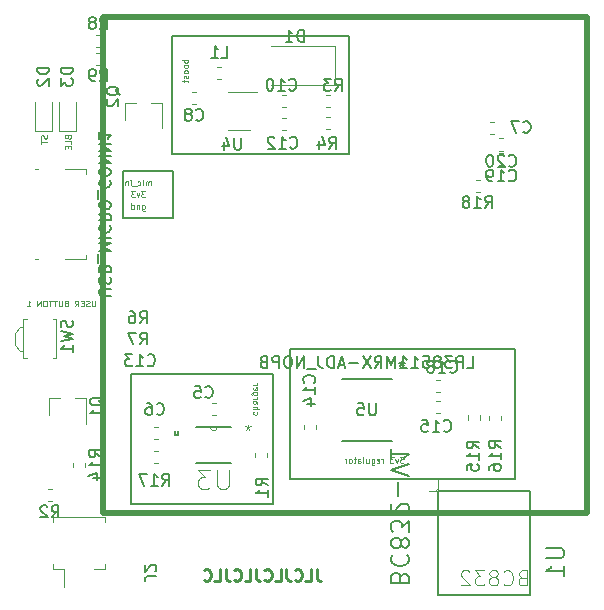
<source format=gbr>
G04 #@! TF.GenerationSoftware,KiCad,Pcbnew,5.0.2-bee76a0~70~ubuntu18.04.1*
G04 #@! TF.CreationDate,2020-10-11T23:46:09-07:00*
G04 #@! TF.ProjectId,light_thing_hw,6c696768-745f-4746-9869-6e675f68772e,rev?*
G04 #@! TF.SameCoordinates,Original*
G04 #@! TF.FileFunction,Legend,Bot*
G04 #@! TF.FilePolarity,Positive*
%FSLAX46Y46*%
G04 Gerber Fmt 4.6, Leading zero omitted, Abs format (unit mm)*
G04 Created by KiCad (PCBNEW 5.0.2-bee76a0~70~ubuntu18.04.1) date Sun 11 Oct 2020 11:46:09 PM PDT*
%MOMM*%
%LPD*%
G01*
G04 APERTURE LIST*
%ADD10C,0.200000*%
%ADD11C,0.100000*%
%ADD12C,0.250000*%
%ADD13C,0.125000*%
%ADD14C,0.500000*%
%ADD15C,0.120000*%
%ADD16C,0.127000*%
%ADD17C,0.152400*%
%ADD18C,0.150000*%
%ADD19C,0.101600*%
%ADD20C,0.015000*%
G04 APERTURE END LIST*
D10*
X128250000Y-79250000D02*
X132500000Y-79250000D01*
X128250000Y-83250000D02*
X128250000Y-79250000D01*
X132500000Y-83250000D02*
X128250000Y-83250000D01*
X132500000Y-79250000D02*
X132500000Y-83250000D01*
D11*
X129845238Y-82142857D02*
X129845238Y-82547619D01*
X129869047Y-82595238D01*
X129892857Y-82619047D01*
X129940476Y-82642857D01*
X130011904Y-82642857D01*
X130059523Y-82619047D01*
X129845238Y-82452380D02*
X129892857Y-82476190D01*
X129988095Y-82476190D01*
X130035714Y-82452380D01*
X130059523Y-82428571D01*
X130083333Y-82380952D01*
X130083333Y-82238095D01*
X130059523Y-82190476D01*
X130035714Y-82166666D01*
X129988095Y-82142857D01*
X129892857Y-82142857D01*
X129845238Y-82166666D01*
X129607142Y-82142857D02*
X129607142Y-82476190D01*
X129607142Y-82190476D02*
X129583333Y-82166666D01*
X129535714Y-82142857D01*
X129464285Y-82142857D01*
X129416666Y-82166666D01*
X129392857Y-82214285D01*
X129392857Y-82476190D01*
X128940476Y-82476190D02*
X128940476Y-81976190D01*
X128940476Y-82452380D02*
X128988095Y-82476190D01*
X129083333Y-82476190D01*
X129130952Y-82452380D01*
X129154761Y-82428571D01*
X129178571Y-82380952D01*
X129178571Y-82238095D01*
X129154761Y-82190476D01*
X129130952Y-82166666D01*
X129083333Y-82142857D01*
X128988095Y-82142857D01*
X128940476Y-82166666D01*
X130095238Y-80976190D02*
X129785714Y-80976190D01*
X129952380Y-81166666D01*
X129880952Y-81166666D01*
X129833333Y-81190476D01*
X129809523Y-81214285D01*
X129785714Y-81261904D01*
X129785714Y-81380952D01*
X129809523Y-81428571D01*
X129833333Y-81452380D01*
X129880952Y-81476190D01*
X130023809Y-81476190D01*
X130071428Y-81452380D01*
X130095238Y-81428571D01*
X129619047Y-81142857D02*
X129500000Y-81476190D01*
X129380952Y-81142857D01*
X129238095Y-80976190D02*
X128928571Y-80976190D01*
X129095238Y-81166666D01*
X129023809Y-81166666D01*
X128976190Y-81190476D01*
X128952380Y-81214285D01*
X128928571Y-81261904D01*
X128928571Y-81380952D01*
X128952380Y-81428571D01*
X128976190Y-81452380D01*
X129023809Y-81476190D01*
X129166666Y-81476190D01*
X129214285Y-81452380D01*
X129238095Y-81428571D01*
X130583333Y-80476190D02*
X130583333Y-80142857D01*
X130583333Y-80190476D02*
X130559523Y-80166666D01*
X130511904Y-80142857D01*
X130440476Y-80142857D01*
X130392857Y-80166666D01*
X130369047Y-80214285D01*
X130369047Y-80476190D01*
X130369047Y-80214285D02*
X130345238Y-80166666D01*
X130297619Y-80142857D01*
X130226190Y-80142857D01*
X130178571Y-80166666D01*
X130154761Y-80214285D01*
X130154761Y-80476190D01*
X129916666Y-80476190D02*
X129916666Y-80142857D01*
X129916666Y-79976190D02*
X129940476Y-80000000D01*
X129916666Y-80023809D01*
X129892857Y-80000000D01*
X129916666Y-79976190D01*
X129916666Y-80023809D01*
X129464285Y-80452380D02*
X129511904Y-80476190D01*
X129607142Y-80476190D01*
X129654761Y-80452380D01*
X129678571Y-80428571D01*
X129702380Y-80380952D01*
X129702380Y-80238095D01*
X129678571Y-80190476D01*
X129654761Y-80166666D01*
X129607142Y-80142857D01*
X129511904Y-80142857D01*
X129464285Y-80166666D01*
X129369047Y-80523809D02*
X128988095Y-80523809D01*
X128869047Y-80476190D02*
X128869047Y-80142857D01*
X128869047Y-79976190D02*
X128892857Y-80000000D01*
X128869047Y-80023809D01*
X128845238Y-80000000D01*
X128869047Y-79976190D01*
X128869047Y-80023809D01*
X128630952Y-80142857D02*
X128630952Y-80476190D01*
X128630952Y-80190476D02*
X128607142Y-80166666D01*
X128559523Y-80142857D01*
X128488095Y-80142857D01*
X128440476Y-80166666D01*
X128416666Y-80214285D01*
X128416666Y-80476190D01*
D12*
X144619047Y-112952380D02*
X144619047Y-113666666D01*
X144666666Y-113809523D01*
X144761904Y-113904761D01*
X144904761Y-113952380D01*
X145000000Y-113952380D01*
X143666666Y-113952380D02*
X144142857Y-113952380D01*
X144142857Y-112952380D01*
X142761904Y-113857142D02*
X142809523Y-113904761D01*
X142952380Y-113952380D01*
X143047619Y-113952380D01*
X143190476Y-113904761D01*
X143285714Y-113809523D01*
X143333333Y-113714285D01*
X143380952Y-113523809D01*
X143380952Y-113380952D01*
X143333333Y-113190476D01*
X143285714Y-113095238D01*
X143190476Y-113000000D01*
X143047619Y-112952380D01*
X142952380Y-112952380D01*
X142809523Y-113000000D01*
X142761904Y-113047619D01*
X142047619Y-112952380D02*
X142047619Y-113666666D01*
X142095238Y-113809523D01*
X142190476Y-113904761D01*
X142333333Y-113952380D01*
X142428571Y-113952380D01*
X141095238Y-113952380D02*
X141571428Y-113952380D01*
X141571428Y-112952380D01*
X140190476Y-113857142D02*
X140238095Y-113904761D01*
X140380952Y-113952380D01*
X140476190Y-113952380D01*
X140619047Y-113904761D01*
X140714285Y-113809523D01*
X140761904Y-113714285D01*
X140809523Y-113523809D01*
X140809523Y-113380952D01*
X140761904Y-113190476D01*
X140714285Y-113095238D01*
X140619047Y-113000000D01*
X140476190Y-112952380D01*
X140380952Y-112952380D01*
X140238095Y-113000000D01*
X140190476Y-113047619D01*
X139476190Y-112952380D02*
X139476190Y-113666666D01*
X139523809Y-113809523D01*
X139619047Y-113904761D01*
X139761904Y-113952380D01*
X139857142Y-113952380D01*
X138523809Y-113952380D02*
X139000000Y-113952380D01*
X139000000Y-112952380D01*
X137619047Y-113857142D02*
X137666666Y-113904761D01*
X137809523Y-113952380D01*
X137904761Y-113952380D01*
X138047619Y-113904761D01*
X138142857Y-113809523D01*
X138190476Y-113714285D01*
X138238095Y-113523809D01*
X138238095Y-113380952D01*
X138190476Y-113190476D01*
X138142857Y-113095238D01*
X138047619Y-113000000D01*
X137904761Y-112952380D01*
X137809523Y-112952380D01*
X137666666Y-113000000D01*
X137619047Y-113047619D01*
X136904761Y-112952380D02*
X136904761Y-113666666D01*
X136952380Y-113809523D01*
X137047619Y-113904761D01*
X137190476Y-113952380D01*
X137285714Y-113952380D01*
X135952380Y-113952380D02*
X136428571Y-113952380D01*
X136428571Y-112952380D01*
X135047619Y-113857142D02*
X135095238Y-113904761D01*
X135238095Y-113952380D01*
X135333333Y-113952380D01*
X135476190Y-113904761D01*
X135571428Y-113809523D01*
X135619047Y-113714285D01*
X135666666Y-113523809D01*
X135666666Y-113380952D01*
X135619047Y-113190476D01*
X135571428Y-113095238D01*
X135476190Y-113000000D01*
X135333333Y-112952380D01*
X135238095Y-112952380D01*
X135095238Y-113000000D01*
X135047619Y-113047619D01*
D11*
X125892857Y-90226190D02*
X125892857Y-90630952D01*
X125869047Y-90678571D01*
X125845238Y-90702380D01*
X125797619Y-90726190D01*
X125702380Y-90726190D01*
X125654761Y-90702380D01*
X125630952Y-90678571D01*
X125607142Y-90630952D01*
X125607142Y-90226190D01*
X125392857Y-90702380D02*
X125321428Y-90726190D01*
X125202380Y-90726190D01*
X125154761Y-90702380D01*
X125130952Y-90678571D01*
X125107142Y-90630952D01*
X125107142Y-90583333D01*
X125130952Y-90535714D01*
X125154761Y-90511904D01*
X125202380Y-90488095D01*
X125297619Y-90464285D01*
X125345238Y-90440476D01*
X125369047Y-90416666D01*
X125392857Y-90369047D01*
X125392857Y-90321428D01*
X125369047Y-90273809D01*
X125345238Y-90250000D01*
X125297619Y-90226190D01*
X125178571Y-90226190D01*
X125107142Y-90250000D01*
X124892857Y-90464285D02*
X124726190Y-90464285D01*
X124654761Y-90726190D02*
X124892857Y-90726190D01*
X124892857Y-90226190D01*
X124654761Y-90226190D01*
X124154761Y-90726190D02*
X124321428Y-90488095D01*
X124440476Y-90726190D02*
X124440476Y-90226190D01*
X124250000Y-90226190D01*
X124202380Y-90250000D01*
X124178571Y-90273809D01*
X124154761Y-90321428D01*
X124154761Y-90392857D01*
X124178571Y-90440476D01*
X124202380Y-90464285D01*
X124250000Y-90488095D01*
X124440476Y-90488095D01*
X123392857Y-90464285D02*
X123321428Y-90488095D01*
X123297619Y-90511904D01*
X123273809Y-90559523D01*
X123273809Y-90630952D01*
X123297619Y-90678571D01*
X123321428Y-90702380D01*
X123369047Y-90726190D01*
X123559523Y-90726190D01*
X123559523Y-90226190D01*
X123392857Y-90226190D01*
X123345238Y-90250000D01*
X123321428Y-90273809D01*
X123297619Y-90321428D01*
X123297619Y-90369047D01*
X123321428Y-90416666D01*
X123345238Y-90440476D01*
X123392857Y-90464285D01*
X123559523Y-90464285D01*
X123059523Y-90226190D02*
X123059523Y-90630952D01*
X123035714Y-90678571D01*
X123011904Y-90702380D01*
X122964285Y-90726190D01*
X122869047Y-90726190D01*
X122821428Y-90702380D01*
X122797619Y-90678571D01*
X122773809Y-90630952D01*
X122773809Y-90226190D01*
X122607142Y-90226190D02*
X122321428Y-90226190D01*
X122464285Y-90726190D02*
X122464285Y-90226190D01*
X122226190Y-90226190D02*
X121940476Y-90226190D01*
X122083333Y-90726190D02*
X122083333Y-90226190D01*
X121678571Y-90226190D02*
X121583333Y-90226190D01*
X121535714Y-90250000D01*
X121488095Y-90297619D01*
X121464285Y-90392857D01*
X121464285Y-90559523D01*
X121488095Y-90654761D01*
X121535714Y-90702380D01*
X121583333Y-90726190D01*
X121678571Y-90726190D01*
X121726190Y-90702380D01*
X121773809Y-90654761D01*
X121797619Y-90559523D01*
X121797619Y-90392857D01*
X121773809Y-90297619D01*
X121726190Y-90250000D01*
X121678571Y-90226190D01*
X121250000Y-90726190D02*
X121250000Y-90226190D01*
X120964285Y-90726190D01*
X120964285Y-90226190D01*
X120083333Y-90726190D02*
X120369047Y-90726190D01*
X120226190Y-90726190D02*
X120226190Y-90226190D01*
X120273809Y-90297619D01*
X120321428Y-90345238D01*
X120369047Y-90369047D01*
X139289023Y-99644488D02*
X139265213Y-99692107D01*
X139265213Y-99787345D01*
X139289023Y-99834964D01*
X139312832Y-99858774D01*
X139360451Y-99882583D01*
X139503308Y-99882583D01*
X139550927Y-99858774D01*
X139574737Y-99834964D01*
X139598546Y-99787345D01*
X139598546Y-99692107D01*
X139574737Y-99644488D01*
X139265213Y-99430202D02*
X139765213Y-99430202D01*
X139265213Y-99215916D02*
X139527118Y-99215916D01*
X139574737Y-99239726D01*
X139598546Y-99287345D01*
X139598546Y-99358774D01*
X139574737Y-99406393D01*
X139550927Y-99430202D01*
X139265213Y-98763535D02*
X139527118Y-98763535D01*
X139574737Y-98787345D01*
X139598546Y-98834964D01*
X139598546Y-98930202D01*
X139574737Y-98977821D01*
X139289023Y-98763535D02*
X139265213Y-98811155D01*
X139265213Y-98930202D01*
X139289023Y-98977821D01*
X139336642Y-99001631D01*
X139384261Y-99001631D01*
X139431880Y-98977821D01*
X139455689Y-98930202D01*
X139455689Y-98811155D01*
X139479499Y-98763535D01*
X139265213Y-98525440D02*
X139598546Y-98525440D01*
X139503308Y-98525440D02*
X139550927Y-98501631D01*
X139574737Y-98477821D01*
X139598546Y-98430202D01*
X139598546Y-98382583D01*
X139598546Y-98001631D02*
X139193784Y-98001631D01*
X139146165Y-98025440D01*
X139122356Y-98049250D01*
X139098546Y-98096869D01*
X139098546Y-98168297D01*
X139122356Y-98215916D01*
X139289023Y-98001631D02*
X139265213Y-98049250D01*
X139265213Y-98144488D01*
X139289023Y-98192107D01*
X139312832Y-98215916D01*
X139360451Y-98239726D01*
X139503308Y-98239726D01*
X139550927Y-98215916D01*
X139574737Y-98192107D01*
X139598546Y-98144488D01*
X139598546Y-98049250D01*
X139574737Y-98001631D01*
X139289023Y-97573059D02*
X139265213Y-97620678D01*
X139265213Y-97715916D01*
X139289023Y-97763535D01*
X139336642Y-97787345D01*
X139527118Y-97787345D01*
X139574737Y-97763535D01*
X139598546Y-97715916D01*
X139598546Y-97620678D01*
X139574737Y-97573059D01*
X139527118Y-97549250D01*
X139479499Y-97549250D01*
X139431880Y-97787345D01*
X139265213Y-97334964D02*
X139598546Y-97334964D01*
X139503308Y-97334964D02*
X139550927Y-97311155D01*
X139574737Y-97287345D01*
X139598546Y-97239726D01*
X139598546Y-97192107D01*
X133726190Y-69845238D02*
X133226190Y-69845238D01*
X133416666Y-69845238D02*
X133392857Y-69892857D01*
X133392857Y-69988095D01*
X133416666Y-70035714D01*
X133440476Y-70059523D01*
X133488095Y-70083333D01*
X133630952Y-70083333D01*
X133678571Y-70059523D01*
X133702380Y-70035714D01*
X133726190Y-69988095D01*
X133726190Y-69892857D01*
X133702380Y-69845238D01*
X133726190Y-70369047D02*
X133702380Y-70321428D01*
X133678571Y-70297619D01*
X133630952Y-70273809D01*
X133488095Y-70273809D01*
X133440476Y-70297619D01*
X133416666Y-70321428D01*
X133392857Y-70369047D01*
X133392857Y-70440476D01*
X133416666Y-70488095D01*
X133440476Y-70511904D01*
X133488095Y-70535714D01*
X133630952Y-70535714D01*
X133678571Y-70511904D01*
X133702380Y-70488095D01*
X133726190Y-70440476D01*
X133726190Y-70369047D01*
X133726190Y-70821428D02*
X133702380Y-70773809D01*
X133678571Y-70750000D01*
X133630952Y-70726190D01*
X133488095Y-70726190D01*
X133440476Y-70750000D01*
X133416666Y-70773809D01*
X133392857Y-70821428D01*
X133392857Y-70892857D01*
X133416666Y-70940476D01*
X133440476Y-70964285D01*
X133488095Y-70988095D01*
X133630952Y-70988095D01*
X133678571Y-70964285D01*
X133702380Y-70940476D01*
X133726190Y-70892857D01*
X133726190Y-70821428D01*
X133702380Y-71178571D02*
X133726190Y-71226190D01*
X133726190Y-71321428D01*
X133702380Y-71369047D01*
X133654761Y-71392857D01*
X133630952Y-71392857D01*
X133583333Y-71369047D01*
X133559523Y-71321428D01*
X133559523Y-71250000D01*
X133535714Y-71202380D01*
X133488095Y-71178571D01*
X133464285Y-71178571D01*
X133416666Y-71202380D01*
X133392857Y-71250000D01*
X133392857Y-71321428D01*
X133416666Y-71369047D01*
X133392857Y-71535714D02*
X133392857Y-71726190D01*
X133226190Y-71607142D02*
X133654761Y-71607142D01*
X133702380Y-71630952D01*
X133726190Y-71678571D01*
X133726190Y-71726190D01*
X151988095Y-103476190D02*
X151678571Y-103476190D01*
X151845238Y-103666666D01*
X151773809Y-103666666D01*
X151726190Y-103690476D01*
X151702380Y-103714285D01*
X151678571Y-103761904D01*
X151678571Y-103880952D01*
X151702380Y-103928571D01*
X151726190Y-103952380D01*
X151773809Y-103976190D01*
X151916666Y-103976190D01*
X151964285Y-103952380D01*
X151988095Y-103928571D01*
X151511904Y-103642857D02*
X151392857Y-103976190D01*
X151273809Y-103642857D01*
X151130952Y-103476190D02*
X150821428Y-103476190D01*
X150988095Y-103666666D01*
X150916666Y-103666666D01*
X150869047Y-103690476D01*
X150845238Y-103714285D01*
X150821428Y-103761904D01*
X150821428Y-103880952D01*
X150845238Y-103928571D01*
X150869047Y-103952380D01*
X150916666Y-103976190D01*
X151059523Y-103976190D01*
X151107142Y-103952380D01*
X151130952Y-103928571D01*
X150226190Y-103976190D02*
X150226190Y-103642857D01*
X150226190Y-103738095D02*
X150202380Y-103690476D01*
X150178571Y-103666666D01*
X150130952Y-103642857D01*
X150083333Y-103642857D01*
X149726190Y-103952380D02*
X149773809Y-103976190D01*
X149869047Y-103976190D01*
X149916666Y-103952380D01*
X149940476Y-103904761D01*
X149940476Y-103714285D01*
X149916666Y-103666666D01*
X149869047Y-103642857D01*
X149773809Y-103642857D01*
X149726190Y-103666666D01*
X149702380Y-103714285D01*
X149702380Y-103761904D01*
X149940476Y-103809523D01*
X149273809Y-103642857D02*
X149273809Y-104047619D01*
X149297619Y-104095238D01*
X149321428Y-104119047D01*
X149369047Y-104142857D01*
X149440476Y-104142857D01*
X149488095Y-104119047D01*
X149273809Y-103952380D02*
X149321428Y-103976190D01*
X149416666Y-103976190D01*
X149464285Y-103952380D01*
X149488095Y-103928571D01*
X149511904Y-103880952D01*
X149511904Y-103738095D01*
X149488095Y-103690476D01*
X149464285Y-103666666D01*
X149416666Y-103642857D01*
X149321428Y-103642857D01*
X149273809Y-103666666D01*
X148821428Y-103642857D02*
X148821428Y-103976190D01*
X149035714Y-103642857D02*
X149035714Y-103904761D01*
X149011904Y-103952380D01*
X148964285Y-103976190D01*
X148892857Y-103976190D01*
X148845238Y-103952380D01*
X148821428Y-103928571D01*
X148511904Y-103976190D02*
X148559523Y-103952380D01*
X148583333Y-103904761D01*
X148583333Y-103476190D01*
X148107142Y-103976190D02*
X148107142Y-103714285D01*
X148130952Y-103666666D01*
X148178571Y-103642857D01*
X148273809Y-103642857D01*
X148321428Y-103666666D01*
X148107142Y-103952380D02*
X148154761Y-103976190D01*
X148273809Y-103976190D01*
X148321428Y-103952380D01*
X148345238Y-103904761D01*
X148345238Y-103857142D01*
X148321428Y-103809523D01*
X148273809Y-103785714D01*
X148154761Y-103785714D01*
X148107142Y-103761904D01*
X147940476Y-103642857D02*
X147750000Y-103642857D01*
X147869047Y-103476190D02*
X147869047Y-103904761D01*
X147845238Y-103952380D01*
X147797619Y-103976190D01*
X147750000Y-103976190D01*
X147511904Y-103976190D02*
X147559523Y-103952380D01*
X147583333Y-103928571D01*
X147607142Y-103880952D01*
X147607142Y-103738095D01*
X147583333Y-103690476D01*
X147559523Y-103666666D01*
X147511904Y-103642857D01*
X147440476Y-103642857D01*
X147392857Y-103666666D01*
X147369047Y-103690476D01*
X147345238Y-103738095D01*
X147345238Y-103880952D01*
X147369047Y-103928571D01*
X147392857Y-103952380D01*
X147440476Y-103976190D01*
X147511904Y-103976190D01*
X147130952Y-103976190D02*
X147130952Y-103642857D01*
X147130952Y-103738095D02*
X147107142Y-103690476D01*
X147083333Y-103666666D01*
X147035714Y-103642857D01*
X146988095Y-103642857D01*
D10*
X132380000Y-67830000D02*
X147380000Y-67830000D01*
X132380000Y-77830000D02*
X132380000Y-67830000D01*
X147380000Y-77830000D02*
X132380000Y-77830000D01*
X147380000Y-67830000D02*
X147380000Y-77830000D01*
X142380000Y-94330000D02*
X161380000Y-94330000D01*
X142380000Y-105330000D02*
X142380000Y-94330000D01*
X161380000Y-105330000D02*
X142380000Y-105330000D01*
X161380000Y-94330000D02*
X161380000Y-105330000D01*
X128911404Y-107441155D02*
X140911404Y-107441155D01*
X128911404Y-96441155D02*
X128911404Y-107441155D01*
X140911404Y-96441155D02*
X128911404Y-96441155D01*
X140911404Y-107441155D02*
X140911404Y-96441155D01*
D13*
X123554285Y-76407142D02*
X123578095Y-76478571D01*
X123601904Y-76502380D01*
X123649523Y-76526190D01*
X123720952Y-76526190D01*
X123768571Y-76502380D01*
X123792380Y-76478571D01*
X123816190Y-76430952D01*
X123816190Y-76240476D01*
X123316190Y-76240476D01*
X123316190Y-76407142D01*
X123340000Y-76454761D01*
X123363809Y-76478571D01*
X123411428Y-76502380D01*
X123459047Y-76502380D01*
X123506666Y-76478571D01*
X123530476Y-76454761D01*
X123554285Y-76407142D01*
X123554285Y-76240476D01*
X123816190Y-76978571D02*
X123816190Y-76740476D01*
X123316190Y-76740476D01*
X123554285Y-77145238D02*
X123554285Y-77311904D01*
X123816190Y-77383333D02*
X123816190Y-77145238D01*
X123316190Y-77145238D01*
X123316190Y-77383333D01*
X121752380Y-76236666D02*
X121776190Y-76308095D01*
X121776190Y-76427142D01*
X121752380Y-76474761D01*
X121728571Y-76498571D01*
X121680952Y-76522380D01*
X121633333Y-76522380D01*
X121585714Y-76498571D01*
X121561904Y-76474761D01*
X121538095Y-76427142D01*
X121514285Y-76331904D01*
X121490476Y-76284285D01*
X121466666Y-76260476D01*
X121419047Y-76236666D01*
X121371428Y-76236666D01*
X121323809Y-76260476D01*
X121300000Y-76284285D01*
X121276190Y-76331904D01*
X121276190Y-76450952D01*
X121300000Y-76522380D01*
X121276190Y-76665238D02*
X121276190Y-76950952D01*
X121776190Y-76808095D02*
X121276190Y-76808095D01*
D14*
X126500000Y-66250000D02*
X126500000Y-108250000D01*
X167500000Y-66250000D02*
X126500000Y-66250000D01*
X167500000Y-108250000D02*
X167500000Y-66250000D01*
X126500000Y-108250000D02*
X167500000Y-108250000D01*
D15*
G04 #@! TO.C,C6*
X130865137Y-101951155D02*
X131207671Y-101951155D01*
X130865137Y-100931155D02*
X131207671Y-100931155D01*
G04 #@! TO.C,C7*
X159273733Y-76100000D02*
X159616267Y-76100000D01*
X159273733Y-75080000D02*
X159616267Y-75080000D01*
G04 #@! TO.C,C5*
X136082671Y-98931155D02*
X135740137Y-98931155D01*
X136082671Y-99951155D02*
X135740137Y-99951155D01*
G04 #@! TO.C,C8*
X134073733Y-73620000D02*
X134416267Y-73620000D01*
X134073733Y-72600000D02*
X134416267Y-72600000D01*
G04 #@! TO.C,C10*
X142026267Y-73850000D02*
X141683733Y-73850000D01*
X142026267Y-72830000D02*
X141683733Y-72830000D01*
G04 #@! TO.C,C12*
X142026267Y-74740000D02*
X141683733Y-74740000D01*
X142026267Y-75760000D02*
X141683733Y-75760000D01*
G04 #@! TO.C,C13*
X126273733Y-94740000D02*
X126616267Y-94740000D01*
X126273733Y-95760000D02*
X126616267Y-95760000D01*
G04 #@! TO.C,C14*
X143530000Y-100763733D02*
X143530000Y-101106267D01*
X144550000Y-100763733D02*
X144550000Y-101106267D01*
G04 #@! TO.C,C15*
X155036267Y-99710000D02*
X154693733Y-99710000D01*
X155036267Y-98690000D02*
X154693733Y-98690000D01*
G04 #@! TO.C,C18*
X155041267Y-96970000D02*
X154698733Y-96970000D01*
X155041267Y-97990000D02*
X154698733Y-97990000D01*
G04 #@! TO.C,D2*
X122235000Y-73450000D02*
X122235000Y-75910000D01*
X122235000Y-75910000D02*
X120765000Y-75910000D01*
X120765000Y-75910000D02*
X120765000Y-73450000D01*
G04 #@! TO.C,D3*
X122765000Y-75910000D02*
X122765000Y-73450000D01*
X124235000Y-75910000D02*
X122765000Y-75910000D01*
X124235000Y-73450000D02*
X124235000Y-75910000D01*
G04 #@! TO.C,J2*
X122265000Y-112510000D02*
X122265000Y-112960000D01*
X122265000Y-112960000D02*
X123215000Y-112960000D01*
X123215000Y-112960000D02*
X123215000Y-114450000D01*
X126735000Y-112510000D02*
X126735000Y-112960000D01*
X126735000Y-112960000D02*
X125785000Y-112960000D01*
X122265000Y-108990000D02*
X122265000Y-108540000D01*
X122265000Y-108540000D02*
X126735000Y-108540000D01*
X126735000Y-108540000D02*
X126735000Y-108990000D01*
G04 #@! TO.C,L1*
X136188733Y-70470000D02*
X136531267Y-70470000D01*
X136188733Y-71490000D02*
X136531267Y-71490000D01*
G04 #@! TO.C,Q1*
X121920000Y-98490000D02*
X122850000Y-98490000D01*
X125080000Y-98490000D02*
X124150000Y-98490000D01*
X125080000Y-98490000D02*
X125080000Y-100650000D01*
X121920000Y-98490000D02*
X121920000Y-99950000D01*
G04 #@! TO.C,R1*
X139401404Y-103144888D02*
X139401404Y-103487422D01*
X140421404Y-103144888D02*
X140421404Y-103487422D01*
G04 #@! TO.C,R2*
X121848733Y-107200000D02*
X122191267Y-107200000D01*
X121848733Y-106180000D02*
X122191267Y-106180000D01*
G04 #@! TO.C,R3*
X145721267Y-73850000D02*
X145378733Y-73850000D01*
X145721267Y-72830000D02*
X145378733Y-72830000D01*
G04 #@! TO.C,R4*
X145383733Y-74720000D02*
X145726267Y-74720000D01*
X145383733Y-75740000D02*
X145726267Y-75740000D01*
G04 #@! TO.C,R6*
X126616267Y-92090000D02*
X126273733Y-92090000D01*
X126616267Y-91070000D02*
X126273733Y-91070000D01*
G04 #@! TO.C,R7*
X126273733Y-93900000D02*
X126616267Y-93900000D01*
X126273733Y-92880000D02*
X126616267Y-92880000D01*
G04 #@! TO.C,R8*
X125953733Y-68760000D02*
X126296267Y-68760000D01*
X125953733Y-67740000D02*
X126296267Y-67740000D01*
G04 #@! TO.C,R9*
X125953733Y-69240000D02*
X126296267Y-69240000D01*
X125953733Y-70260000D02*
X126296267Y-70260000D01*
G04 #@! TO.C,R14*
X123950000Y-104291267D02*
X123950000Y-103948733D01*
X124970000Y-104291267D02*
X124970000Y-103948733D01*
G04 #@! TO.C,R15*
X157410000Y-99953733D02*
X157410000Y-100296267D01*
X158430000Y-99953733D02*
X158430000Y-100296267D01*
G04 #@! TO.C,R16*
X159210000Y-100306267D02*
X159210000Y-99963733D01*
X160230000Y-100306267D02*
X160230000Y-99963733D01*
G04 #@! TO.C,R17*
X130865137Y-102931155D02*
X131207671Y-102931155D01*
X130865137Y-103951155D02*
X131207671Y-103951155D01*
G04 #@! TO.C,SW1*
X119090000Y-92960000D02*
X119470000Y-92460000D01*
X119470000Y-92460000D02*
X119790000Y-92460000D01*
X119090000Y-92960000D02*
X119090000Y-93960000D01*
X119090000Y-93960000D02*
X119470000Y-94460000D01*
X119470000Y-94460000D02*
X119790000Y-94460000D01*
X122590000Y-91810000D02*
X122590000Y-95110000D01*
X122290000Y-91810000D02*
X122590000Y-91810000D01*
X122590000Y-95110000D02*
X122290000Y-95110000D01*
X120090000Y-91810000D02*
X119790000Y-91810000D01*
X119790000Y-91810000D02*
X119790000Y-95110000D01*
X119790000Y-95110000D02*
X120090000Y-95110000D01*
D11*
G04 #@! TO.C,U1*
X154900060Y-106481400D02*
G75*
G02X154900060Y-106181680I0J149860D01*
G01*
X154900060Y-106181680D02*
G75*
G02X154900060Y-106481400I0J-149860D01*
G01*
D16*
X154900060Y-106430600D02*
X154999120Y-106331540D01*
X154900060Y-115130100D02*
X154900060Y-106430600D01*
X154999120Y-106331540D02*
X154900060Y-106331540D01*
X162697860Y-106331540D02*
X154999120Y-106331540D01*
X162697860Y-115130100D02*
X162697860Y-106331540D01*
X154900060Y-115130100D02*
X162697860Y-115130100D01*
D11*
X154900060Y-106481400D02*
X154900060Y-106331540D01*
X154900060Y-106585540D02*
X154900060Y-106481400D01*
X154894980Y-106334080D02*
X154894980Y-106852240D01*
X154900060Y-106181680D02*
X154900060Y-106331540D01*
X154900060Y-105419680D02*
X154900060Y-106181680D01*
X154102500Y-106331540D02*
X154900060Y-106331540D01*
D17*
G04 #@! TO.C,U3*
X132863404Y-101628355D02*
X132863404Y-101247355D01*
X132609404Y-101628355D02*
X132863404Y-101628355D01*
X132609404Y-101247355D02*
X132609404Y-101628355D01*
D11*
X135606604Y-100942555D02*
G75*
G03X136216204Y-100942555I304800J0D01*
G01*
D17*
X136216204Y-100942555D02*
X137410004Y-100942555D01*
X135606604Y-100942555D02*
X136216204Y-100942555D01*
X134412804Y-100942555D02*
X135606604Y-100942555D01*
X137410004Y-103939755D02*
X134412804Y-103939755D01*
D15*
G04 #@! TO.C,U4*
X137140000Y-72570000D02*
X139590000Y-72570000D01*
X138940000Y-75790000D02*
X137140000Y-75790000D01*
D17*
G04 #@! TO.C,U5*
X146749100Y-96863800D02*
X150990900Y-96863800D01*
X150990900Y-102096200D02*
X146749100Y-102096200D01*
D15*
G04 #@! TO.C,USB_MICRO_CONN1*
X125070000Y-79100000D02*
X125070000Y-79480000D01*
X121020000Y-79100000D02*
X120760000Y-79100000D01*
X125070000Y-79100000D02*
X123300000Y-79100000D01*
X125070000Y-86720000D02*
X125070000Y-86340000D01*
X123300000Y-86720000D02*
X125070000Y-86720000D01*
X120760000Y-86720000D02*
X121020000Y-86720000D01*
G04 #@! TO.C,R18*
X158078733Y-81010000D02*
X158421267Y-81010000D01*
X158078733Y-79990000D02*
X158421267Y-79990000D01*
G04 #@! TO.C,Q2*
X128370000Y-73490000D02*
X129300000Y-73490000D01*
X131530000Y-73490000D02*
X130600000Y-73490000D01*
X131530000Y-73490000D02*
X131530000Y-75650000D01*
X128370000Y-73490000D02*
X128370000Y-74950000D01*
G04 #@! TO.C,C19*
X160083733Y-77750000D02*
X160426267Y-77750000D01*
X160083733Y-78770000D02*
X160426267Y-78770000D01*
G04 #@! TO.C,C20*
X160083733Y-77520000D02*
X160426267Y-77520000D01*
X160083733Y-76500000D02*
X160426267Y-76500000D01*
G04 #@! TO.C,D1*
X146190000Y-68700000D02*
X146190000Y-72000000D01*
X146190000Y-72000000D02*
X140790000Y-72000000D01*
X146190000Y-68700000D02*
X140790000Y-68700000D01*
G04 #@! TO.C,C6*
D18*
X131078070Y-99798297D02*
X131125689Y-99845916D01*
X131268546Y-99893535D01*
X131363784Y-99893535D01*
X131506642Y-99845916D01*
X131601880Y-99750678D01*
X131649499Y-99655440D01*
X131697118Y-99464964D01*
X131697118Y-99322107D01*
X131649499Y-99131631D01*
X131601880Y-99036393D01*
X131506642Y-98941155D01*
X131363784Y-98893535D01*
X131268546Y-98893535D01*
X131125689Y-98941155D01*
X131078070Y-98988774D01*
X130220927Y-98893535D02*
X130411404Y-98893535D01*
X130506642Y-98941155D01*
X130554261Y-98988774D01*
X130649499Y-99131631D01*
X130697118Y-99322107D01*
X130697118Y-99703059D01*
X130649499Y-99798297D01*
X130601880Y-99845916D01*
X130506642Y-99893535D01*
X130316165Y-99893535D01*
X130220927Y-99845916D01*
X130173308Y-99798297D01*
X130125689Y-99703059D01*
X130125689Y-99464964D01*
X130173308Y-99369726D01*
X130220927Y-99322107D01*
X130316165Y-99274488D01*
X130506642Y-99274488D01*
X130601880Y-99322107D01*
X130649499Y-99369726D01*
X130697118Y-99464964D01*
G04 #@! TO.C,C7*
X162111666Y-75947142D02*
X162159285Y-75994761D01*
X162302142Y-76042380D01*
X162397380Y-76042380D01*
X162540238Y-75994761D01*
X162635476Y-75899523D01*
X162683095Y-75804285D01*
X162730714Y-75613809D01*
X162730714Y-75470952D01*
X162683095Y-75280476D01*
X162635476Y-75185238D01*
X162540238Y-75090000D01*
X162397380Y-75042380D01*
X162302142Y-75042380D01*
X162159285Y-75090000D01*
X162111666Y-75137619D01*
X161778333Y-75042380D02*
X161111666Y-75042380D01*
X161540238Y-76042380D01*
G04 #@! TO.C,C5*
X135203070Y-98368297D02*
X135250689Y-98415916D01*
X135393546Y-98463535D01*
X135488784Y-98463535D01*
X135631642Y-98415916D01*
X135726880Y-98320678D01*
X135774499Y-98225440D01*
X135822118Y-98034964D01*
X135822118Y-97892107D01*
X135774499Y-97701631D01*
X135726880Y-97606393D01*
X135631642Y-97511155D01*
X135488784Y-97463535D01*
X135393546Y-97463535D01*
X135250689Y-97511155D01*
X135203070Y-97558774D01*
X134298308Y-97463535D02*
X134774499Y-97463535D01*
X134822118Y-97939726D01*
X134774499Y-97892107D01*
X134679261Y-97844488D01*
X134441165Y-97844488D01*
X134345927Y-97892107D01*
X134298308Y-97939726D01*
X134250689Y-98034964D01*
X134250689Y-98273059D01*
X134298308Y-98368297D01*
X134345927Y-98415916D01*
X134441165Y-98463535D01*
X134679261Y-98463535D01*
X134774499Y-98415916D01*
X134822118Y-98368297D01*
G04 #@! TO.C,C8*
X134411666Y-74897142D02*
X134459285Y-74944761D01*
X134602142Y-74992380D01*
X134697380Y-74992380D01*
X134840238Y-74944761D01*
X134935476Y-74849523D01*
X134983095Y-74754285D01*
X135030714Y-74563809D01*
X135030714Y-74420952D01*
X134983095Y-74230476D01*
X134935476Y-74135238D01*
X134840238Y-74040000D01*
X134697380Y-73992380D01*
X134602142Y-73992380D01*
X134459285Y-74040000D01*
X134411666Y-74087619D01*
X133840238Y-74420952D02*
X133935476Y-74373333D01*
X133983095Y-74325714D01*
X134030714Y-74230476D01*
X134030714Y-74182857D01*
X133983095Y-74087619D01*
X133935476Y-74040000D01*
X133840238Y-73992380D01*
X133649761Y-73992380D01*
X133554523Y-74040000D01*
X133506904Y-74087619D01*
X133459285Y-74182857D01*
X133459285Y-74230476D01*
X133506904Y-74325714D01*
X133554523Y-74373333D01*
X133649761Y-74420952D01*
X133840238Y-74420952D01*
X133935476Y-74468571D01*
X133983095Y-74516190D01*
X134030714Y-74611428D01*
X134030714Y-74801904D01*
X133983095Y-74897142D01*
X133935476Y-74944761D01*
X133840238Y-74992380D01*
X133649761Y-74992380D01*
X133554523Y-74944761D01*
X133506904Y-74897142D01*
X133459285Y-74801904D01*
X133459285Y-74611428D01*
X133506904Y-74516190D01*
X133554523Y-74468571D01*
X133649761Y-74420952D01*
G04 #@! TO.C,C10*
X142292857Y-72347142D02*
X142340476Y-72394761D01*
X142483333Y-72442380D01*
X142578571Y-72442380D01*
X142721428Y-72394761D01*
X142816666Y-72299523D01*
X142864285Y-72204285D01*
X142911904Y-72013809D01*
X142911904Y-71870952D01*
X142864285Y-71680476D01*
X142816666Y-71585238D01*
X142721428Y-71490000D01*
X142578571Y-71442380D01*
X142483333Y-71442380D01*
X142340476Y-71490000D01*
X142292857Y-71537619D01*
X141340476Y-72442380D02*
X141911904Y-72442380D01*
X141626190Y-72442380D02*
X141626190Y-71442380D01*
X141721428Y-71585238D01*
X141816666Y-71680476D01*
X141911904Y-71728095D01*
X140721428Y-71442380D02*
X140626190Y-71442380D01*
X140530952Y-71490000D01*
X140483333Y-71537619D01*
X140435714Y-71632857D01*
X140388095Y-71823333D01*
X140388095Y-72061428D01*
X140435714Y-72251904D01*
X140483333Y-72347142D01*
X140530952Y-72394761D01*
X140626190Y-72442380D01*
X140721428Y-72442380D01*
X140816666Y-72394761D01*
X140864285Y-72347142D01*
X140911904Y-72251904D01*
X140959523Y-72061428D01*
X140959523Y-71823333D01*
X140911904Y-71632857D01*
X140864285Y-71537619D01*
X140816666Y-71490000D01*
X140721428Y-71442380D01*
G04 #@! TO.C,C12*
X142372857Y-77257142D02*
X142420476Y-77304761D01*
X142563333Y-77352380D01*
X142658571Y-77352380D01*
X142801428Y-77304761D01*
X142896666Y-77209523D01*
X142944285Y-77114285D01*
X142991904Y-76923809D01*
X142991904Y-76780952D01*
X142944285Y-76590476D01*
X142896666Y-76495238D01*
X142801428Y-76400000D01*
X142658571Y-76352380D01*
X142563333Y-76352380D01*
X142420476Y-76400000D01*
X142372857Y-76447619D01*
X141420476Y-77352380D02*
X141991904Y-77352380D01*
X141706190Y-77352380D02*
X141706190Y-76352380D01*
X141801428Y-76495238D01*
X141896666Y-76590476D01*
X141991904Y-76638095D01*
X141039523Y-76447619D02*
X140991904Y-76400000D01*
X140896666Y-76352380D01*
X140658571Y-76352380D01*
X140563333Y-76400000D01*
X140515714Y-76447619D01*
X140468095Y-76542857D01*
X140468095Y-76638095D01*
X140515714Y-76780952D01*
X141087142Y-77352380D01*
X140468095Y-77352380D01*
G04 #@! TO.C,C13*
X130302857Y-95677142D02*
X130350476Y-95724761D01*
X130493333Y-95772380D01*
X130588571Y-95772380D01*
X130731428Y-95724761D01*
X130826666Y-95629523D01*
X130874285Y-95534285D01*
X130921904Y-95343809D01*
X130921904Y-95200952D01*
X130874285Y-95010476D01*
X130826666Y-94915238D01*
X130731428Y-94820000D01*
X130588571Y-94772380D01*
X130493333Y-94772380D01*
X130350476Y-94820000D01*
X130302857Y-94867619D01*
X129350476Y-95772380D02*
X129921904Y-95772380D01*
X129636190Y-95772380D02*
X129636190Y-94772380D01*
X129731428Y-94915238D01*
X129826666Y-95010476D01*
X129921904Y-95058095D01*
X129017142Y-94772380D02*
X128398095Y-94772380D01*
X128731428Y-95153333D01*
X128588571Y-95153333D01*
X128493333Y-95200952D01*
X128445714Y-95248571D01*
X128398095Y-95343809D01*
X128398095Y-95581904D01*
X128445714Y-95677142D01*
X128493333Y-95724761D01*
X128588571Y-95772380D01*
X128874285Y-95772380D01*
X128969523Y-95724761D01*
X129017142Y-95677142D01*
G04 #@! TO.C,C14*
X144397142Y-97167142D02*
X144444761Y-97119523D01*
X144492380Y-96976666D01*
X144492380Y-96881428D01*
X144444761Y-96738571D01*
X144349523Y-96643333D01*
X144254285Y-96595714D01*
X144063809Y-96548095D01*
X143920952Y-96548095D01*
X143730476Y-96595714D01*
X143635238Y-96643333D01*
X143540000Y-96738571D01*
X143492380Y-96881428D01*
X143492380Y-96976666D01*
X143540000Y-97119523D01*
X143587619Y-97167142D01*
X144492380Y-98119523D02*
X144492380Y-97548095D01*
X144492380Y-97833809D02*
X143492380Y-97833809D01*
X143635238Y-97738571D01*
X143730476Y-97643333D01*
X143778095Y-97548095D01*
X143825714Y-98976666D02*
X144492380Y-98976666D01*
X143444761Y-98738571D02*
X144159047Y-98500476D01*
X144159047Y-99119523D01*
G04 #@! TO.C,C15*
X155382857Y-101227142D02*
X155430476Y-101274761D01*
X155573333Y-101322380D01*
X155668571Y-101322380D01*
X155811428Y-101274761D01*
X155906666Y-101179523D01*
X155954285Y-101084285D01*
X156001904Y-100893809D01*
X156001904Y-100750952D01*
X155954285Y-100560476D01*
X155906666Y-100465238D01*
X155811428Y-100370000D01*
X155668571Y-100322380D01*
X155573333Y-100322380D01*
X155430476Y-100370000D01*
X155382857Y-100417619D01*
X154430476Y-101322380D02*
X155001904Y-101322380D01*
X154716190Y-101322380D02*
X154716190Y-100322380D01*
X154811428Y-100465238D01*
X154906666Y-100560476D01*
X155001904Y-100608095D01*
X153525714Y-100322380D02*
X154001904Y-100322380D01*
X154049523Y-100798571D01*
X154001904Y-100750952D01*
X153906666Y-100703333D01*
X153668571Y-100703333D01*
X153573333Y-100750952D01*
X153525714Y-100798571D01*
X153478095Y-100893809D01*
X153478095Y-101131904D01*
X153525714Y-101227142D01*
X153573333Y-101274761D01*
X153668571Y-101322380D01*
X153906666Y-101322380D01*
X154001904Y-101274761D01*
X154049523Y-101227142D01*
G04 #@! TO.C,C18*
X155892857Y-96237142D02*
X155940476Y-96284761D01*
X156083333Y-96332380D01*
X156178571Y-96332380D01*
X156321428Y-96284761D01*
X156416666Y-96189523D01*
X156464285Y-96094285D01*
X156511904Y-95903809D01*
X156511904Y-95760952D01*
X156464285Y-95570476D01*
X156416666Y-95475238D01*
X156321428Y-95380000D01*
X156178571Y-95332380D01*
X156083333Y-95332380D01*
X155940476Y-95380000D01*
X155892857Y-95427619D01*
X154940476Y-96332380D02*
X155511904Y-96332380D01*
X155226190Y-96332380D02*
X155226190Y-95332380D01*
X155321428Y-95475238D01*
X155416666Y-95570476D01*
X155511904Y-95618095D01*
X154369047Y-95760952D02*
X154464285Y-95713333D01*
X154511904Y-95665714D01*
X154559523Y-95570476D01*
X154559523Y-95522857D01*
X154511904Y-95427619D01*
X154464285Y-95380000D01*
X154369047Y-95332380D01*
X154178571Y-95332380D01*
X154083333Y-95380000D01*
X154035714Y-95427619D01*
X153988095Y-95522857D01*
X153988095Y-95570476D01*
X154035714Y-95665714D01*
X154083333Y-95713333D01*
X154178571Y-95760952D01*
X154369047Y-95760952D01*
X154464285Y-95808571D01*
X154511904Y-95856190D01*
X154559523Y-95951428D01*
X154559523Y-96141904D01*
X154511904Y-96237142D01*
X154464285Y-96284761D01*
X154369047Y-96332380D01*
X154178571Y-96332380D01*
X154083333Y-96284761D01*
X154035714Y-96237142D01*
X153988095Y-96141904D01*
X153988095Y-95951428D01*
X154035714Y-95856190D01*
X154083333Y-95808571D01*
X154178571Y-95760952D01*
G04 #@! TO.C,D2*
X121952380Y-70511904D02*
X120952380Y-70511904D01*
X120952380Y-70750000D01*
X121000000Y-70892857D01*
X121095238Y-70988095D01*
X121190476Y-71035714D01*
X121380952Y-71083333D01*
X121523809Y-71083333D01*
X121714285Y-71035714D01*
X121809523Y-70988095D01*
X121904761Y-70892857D01*
X121952380Y-70750000D01*
X121952380Y-70511904D01*
X121047619Y-71464285D02*
X121000000Y-71511904D01*
X120952380Y-71607142D01*
X120952380Y-71845238D01*
X121000000Y-71940476D01*
X121047619Y-71988095D01*
X121142857Y-72035714D01*
X121238095Y-72035714D01*
X121380952Y-71988095D01*
X121952380Y-71416666D01*
X121952380Y-72035714D01*
G04 #@! TO.C,D3*
X123952380Y-70511904D02*
X122952380Y-70511904D01*
X122952380Y-70750000D01*
X123000000Y-70892857D01*
X123095238Y-70988095D01*
X123190476Y-71035714D01*
X123380952Y-71083333D01*
X123523809Y-71083333D01*
X123714285Y-71035714D01*
X123809523Y-70988095D01*
X123904761Y-70892857D01*
X123952380Y-70750000D01*
X123952380Y-70511904D01*
X122952380Y-71416666D02*
X122952380Y-72035714D01*
X123333333Y-71702380D01*
X123333333Y-71845238D01*
X123380952Y-71940476D01*
X123428571Y-71988095D01*
X123523809Y-72035714D01*
X123761904Y-72035714D01*
X123857142Y-71988095D01*
X123904761Y-71940476D01*
X123952380Y-71845238D01*
X123952380Y-71559523D01*
X123904761Y-71464285D01*
X123857142Y-71416666D01*
G04 #@! TO.C,J2*
X131047619Y-113583333D02*
X130333333Y-113583333D01*
X130190476Y-113630952D01*
X130095238Y-113726190D01*
X130047619Y-113869047D01*
X130047619Y-113964285D01*
X130952380Y-113154761D02*
X131000000Y-113107142D01*
X131047619Y-113011904D01*
X131047619Y-112773809D01*
X131000000Y-112678571D01*
X130952380Y-112630952D01*
X130857142Y-112583333D01*
X130761904Y-112583333D01*
X130619047Y-112630952D01*
X130047619Y-113202380D01*
X130047619Y-112583333D01*
G04 #@! TO.C,L1*
X136556666Y-69652380D02*
X137032857Y-69652380D01*
X137032857Y-68652380D01*
X135699523Y-69652380D02*
X136270952Y-69652380D01*
X135985238Y-69652380D02*
X135985238Y-68652380D01*
X136080476Y-68795238D01*
X136175714Y-68890476D01*
X136270952Y-68938095D01*
G04 #@! TO.C,Q1*
X126547619Y-99154761D02*
X126500000Y-99059523D01*
X126404761Y-98964285D01*
X126261904Y-98821428D01*
X126214285Y-98726190D01*
X126214285Y-98630952D01*
X126452380Y-98678571D02*
X126404761Y-98583333D01*
X126309523Y-98488095D01*
X126119047Y-98440476D01*
X125785714Y-98440476D01*
X125595238Y-98488095D01*
X125500000Y-98583333D01*
X125452380Y-98678571D01*
X125452380Y-98869047D01*
X125500000Y-98964285D01*
X125595238Y-99059523D01*
X125785714Y-99107142D01*
X126119047Y-99107142D01*
X126309523Y-99059523D01*
X126404761Y-98964285D01*
X126452380Y-98869047D01*
X126452380Y-98678571D01*
X126452380Y-100059523D02*
X126452380Y-99488095D01*
X126452380Y-99773809D02*
X125452380Y-99773809D01*
X125595238Y-99678571D01*
X125690476Y-99583333D01*
X125738095Y-99488095D01*
G04 #@! TO.C,R1*
X140463784Y-105879488D02*
X139987594Y-105546155D01*
X140463784Y-105308059D02*
X139463784Y-105308059D01*
X139463784Y-105689012D01*
X139511404Y-105784250D01*
X139559023Y-105831869D01*
X139654261Y-105879488D01*
X139797118Y-105879488D01*
X139892356Y-105831869D01*
X139939975Y-105784250D01*
X139987594Y-105689012D01*
X139987594Y-105308059D01*
X140463784Y-106831869D02*
X140463784Y-106260440D01*
X140463784Y-106546155D02*
X139463784Y-106546155D01*
X139606642Y-106450916D01*
X139701880Y-106355678D01*
X139749499Y-106260440D01*
G04 #@! TO.C,R2*
X122186666Y-108572380D02*
X122520000Y-108096190D01*
X122758095Y-108572380D02*
X122758095Y-107572380D01*
X122377142Y-107572380D01*
X122281904Y-107620000D01*
X122234285Y-107667619D01*
X122186666Y-107762857D01*
X122186666Y-107905714D01*
X122234285Y-108000952D01*
X122281904Y-108048571D01*
X122377142Y-108096190D01*
X122758095Y-108096190D01*
X121805714Y-107667619D02*
X121758095Y-107620000D01*
X121662857Y-107572380D01*
X121424761Y-107572380D01*
X121329523Y-107620000D01*
X121281904Y-107667619D01*
X121234285Y-107762857D01*
X121234285Y-107858095D01*
X121281904Y-108000952D01*
X121853333Y-108572380D01*
X121234285Y-108572380D01*
G04 #@! TO.C,R3*
X146166666Y-72452380D02*
X146500000Y-71976190D01*
X146738095Y-72452380D02*
X146738095Y-71452380D01*
X146357142Y-71452380D01*
X146261904Y-71500000D01*
X146214285Y-71547619D01*
X146166666Y-71642857D01*
X146166666Y-71785714D01*
X146214285Y-71880952D01*
X146261904Y-71928571D01*
X146357142Y-71976190D01*
X146738095Y-71976190D01*
X145833333Y-71452380D02*
X145214285Y-71452380D01*
X145547619Y-71833333D01*
X145404761Y-71833333D01*
X145309523Y-71880952D01*
X145261904Y-71928571D01*
X145214285Y-72023809D01*
X145214285Y-72261904D01*
X145261904Y-72357142D01*
X145309523Y-72404761D01*
X145404761Y-72452380D01*
X145690476Y-72452380D01*
X145785714Y-72404761D01*
X145833333Y-72357142D01*
G04 #@! TO.C,R4*
X145666666Y-77372380D02*
X146000000Y-76896190D01*
X146238095Y-77372380D02*
X146238095Y-76372380D01*
X145857142Y-76372380D01*
X145761904Y-76420000D01*
X145714285Y-76467619D01*
X145666666Y-76562857D01*
X145666666Y-76705714D01*
X145714285Y-76800952D01*
X145761904Y-76848571D01*
X145857142Y-76896190D01*
X146238095Y-76896190D01*
X144809523Y-76705714D02*
X144809523Y-77372380D01*
X145047619Y-76324761D02*
X145285714Y-77039047D01*
X144666666Y-77039047D01*
G04 #@! TO.C,R6*
X129656666Y-92142380D02*
X129990000Y-91666190D01*
X130228095Y-92142380D02*
X130228095Y-91142380D01*
X129847142Y-91142380D01*
X129751904Y-91190000D01*
X129704285Y-91237619D01*
X129656666Y-91332857D01*
X129656666Y-91475714D01*
X129704285Y-91570952D01*
X129751904Y-91618571D01*
X129847142Y-91666190D01*
X130228095Y-91666190D01*
X128799523Y-91142380D02*
X128990000Y-91142380D01*
X129085238Y-91190000D01*
X129132857Y-91237619D01*
X129228095Y-91380476D01*
X129275714Y-91570952D01*
X129275714Y-91951904D01*
X129228095Y-92047142D01*
X129180476Y-92094761D01*
X129085238Y-92142380D01*
X128894761Y-92142380D01*
X128799523Y-92094761D01*
X128751904Y-92047142D01*
X128704285Y-91951904D01*
X128704285Y-91713809D01*
X128751904Y-91618571D01*
X128799523Y-91570952D01*
X128894761Y-91523333D01*
X129085238Y-91523333D01*
X129180476Y-91570952D01*
X129228095Y-91618571D01*
X129275714Y-91713809D01*
G04 #@! TO.C,R7*
X129666666Y-93942380D02*
X130000000Y-93466190D01*
X130238095Y-93942380D02*
X130238095Y-92942380D01*
X129857142Y-92942380D01*
X129761904Y-92990000D01*
X129714285Y-93037619D01*
X129666666Y-93132857D01*
X129666666Y-93275714D01*
X129714285Y-93370952D01*
X129761904Y-93418571D01*
X129857142Y-93466190D01*
X130238095Y-93466190D01*
X129333333Y-92942380D02*
X128666666Y-92942380D01*
X129095238Y-93942380D01*
G04 #@! TO.C,R8*
X126291666Y-67222380D02*
X126625000Y-66746190D01*
X126863095Y-67222380D02*
X126863095Y-66222380D01*
X126482142Y-66222380D01*
X126386904Y-66270000D01*
X126339285Y-66317619D01*
X126291666Y-66412857D01*
X126291666Y-66555714D01*
X126339285Y-66650952D01*
X126386904Y-66698571D01*
X126482142Y-66746190D01*
X126863095Y-66746190D01*
X125720238Y-66650952D02*
X125815476Y-66603333D01*
X125863095Y-66555714D01*
X125910714Y-66460476D01*
X125910714Y-66412857D01*
X125863095Y-66317619D01*
X125815476Y-66270000D01*
X125720238Y-66222380D01*
X125529761Y-66222380D01*
X125434523Y-66270000D01*
X125386904Y-66317619D01*
X125339285Y-66412857D01*
X125339285Y-66460476D01*
X125386904Y-66555714D01*
X125434523Y-66603333D01*
X125529761Y-66650952D01*
X125720238Y-66650952D01*
X125815476Y-66698571D01*
X125863095Y-66746190D01*
X125910714Y-66841428D01*
X125910714Y-67031904D01*
X125863095Y-67127142D01*
X125815476Y-67174761D01*
X125720238Y-67222380D01*
X125529761Y-67222380D01*
X125434523Y-67174761D01*
X125386904Y-67127142D01*
X125339285Y-67031904D01*
X125339285Y-66841428D01*
X125386904Y-66746190D01*
X125434523Y-66698571D01*
X125529761Y-66650952D01*
G04 #@! TO.C,R9*
X126291666Y-71632380D02*
X126625000Y-71156190D01*
X126863095Y-71632380D02*
X126863095Y-70632380D01*
X126482142Y-70632380D01*
X126386904Y-70680000D01*
X126339285Y-70727619D01*
X126291666Y-70822857D01*
X126291666Y-70965714D01*
X126339285Y-71060952D01*
X126386904Y-71108571D01*
X126482142Y-71156190D01*
X126863095Y-71156190D01*
X125815476Y-71632380D02*
X125625000Y-71632380D01*
X125529761Y-71584761D01*
X125482142Y-71537142D01*
X125386904Y-71394285D01*
X125339285Y-71203809D01*
X125339285Y-70822857D01*
X125386904Y-70727619D01*
X125434523Y-70680000D01*
X125529761Y-70632380D01*
X125720238Y-70632380D01*
X125815476Y-70680000D01*
X125863095Y-70727619D01*
X125910714Y-70822857D01*
X125910714Y-71060952D01*
X125863095Y-71156190D01*
X125815476Y-71203809D01*
X125720238Y-71251428D01*
X125529761Y-71251428D01*
X125434523Y-71203809D01*
X125386904Y-71156190D01*
X125339285Y-71060952D01*
G04 #@! TO.C,R14*
X126342380Y-103477142D02*
X125866190Y-103143809D01*
X126342380Y-102905714D02*
X125342380Y-102905714D01*
X125342380Y-103286666D01*
X125390000Y-103381904D01*
X125437619Y-103429523D01*
X125532857Y-103477142D01*
X125675714Y-103477142D01*
X125770952Y-103429523D01*
X125818571Y-103381904D01*
X125866190Y-103286666D01*
X125866190Y-102905714D01*
X126342380Y-104429523D02*
X126342380Y-103858095D01*
X126342380Y-104143809D02*
X125342380Y-104143809D01*
X125485238Y-104048571D01*
X125580476Y-103953333D01*
X125628095Y-103858095D01*
X125675714Y-105286666D02*
X126342380Y-105286666D01*
X125294761Y-105048571D02*
X126009047Y-104810476D01*
X126009047Y-105429523D01*
G04 #@! TO.C,R15*
X158332380Y-102737142D02*
X157856190Y-102403809D01*
X158332380Y-102165714D02*
X157332380Y-102165714D01*
X157332380Y-102546666D01*
X157380000Y-102641904D01*
X157427619Y-102689523D01*
X157522857Y-102737142D01*
X157665714Y-102737142D01*
X157760952Y-102689523D01*
X157808571Y-102641904D01*
X157856190Y-102546666D01*
X157856190Y-102165714D01*
X158332380Y-103689523D02*
X158332380Y-103118095D01*
X158332380Y-103403809D02*
X157332380Y-103403809D01*
X157475238Y-103308571D01*
X157570476Y-103213333D01*
X157618095Y-103118095D01*
X157332380Y-104594285D02*
X157332380Y-104118095D01*
X157808571Y-104070476D01*
X157760952Y-104118095D01*
X157713333Y-104213333D01*
X157713333Y-104451428D01*
X157760952Y-104546666D01*
X157808571Y-104594285D01*
X157903809Y-104641904D01*
X158141904Y-104641904D01*
X158237142Y-104594285D01*
X158284761Y-104546666D01*
X158332380Y-104451428D01*
X158332380Y-104213333D01*
X158284761Y-104118095D01*
X158237142Y-104070476D01*
G04 #@! TO.C,R16*
X160232380Y-102727142D02*
X159756190Y-102393809D01*
X160232380Y-102155714D02*
X159232380Y-102155714D01*
X159232380Y-102536666D01*
X159280000Y-102631904D01*
X159327619Y-102679523D01*
X159422857Y-102727142D01*
X159565714Y-102727142D01*
X159660952Y-102679523D01*
X159708571Y-102631904D01*
X159756190Y-102536666D01*
X159756190Y-102155714D01*
X160232380Y-103679523D02*
X160232380Y-103108095D01*
X160232380Y-103393809D02*
X159232380Y-103393809D01*
X159375238Y-103298571D01*
X159470476Y-103203333D01*
X159518095Y-103108095D01*
X159232380Y-104536666D02*
X159232380Y-104346190D01*
X159280000Y-104250952D01*
X159327619Y-104203333D01*
X159470476Y-104108095D01*
X159660952Y-104060476D01*
X160041904Y-104060476D01*
X160137142Y-104108095D01*
X160184761Y-104155714D01*
X160232380Y-104250952D01*
X160232380Y-104441428D01*
X160184761Y-104536666D01*
X160137142Y-104584285D01*
X160041904Y-104631904D01*
X159803809Y-104631904D01*
X159708571Y-104584285D01*
X159660952Y-104536666D01*
X159613333Y-104441428D01*
X159613333Y-104250952D01*
X159660952Y-104155714D01*
X159708571Y-104108095D01*
X159803809Y-104060476D01*
G04 #@! TO.C,R17*
X131554261Y-105893535D02*
X131887594Y-105417345D01*
X132125689Y-105893535D02*
X132125689Y-104893535D01*
X131744737Y-104893535D01*
X131649499Y-104941155D01*
X131601880Y-104988774D01*
X131554261Y-105084012D01*
X131554261Y-105226869D01*
X131601880Y-105322107D01*
X131649499Y-105369726D01*
X131744737Y-105417345D01*
X132125689Y-105417345D01*
X130601880Y-105893535D02*
X131173308Y-105893535D01*
X130887594Y-105893535D02*
X130887594Y-104893535D01*
X130982832Y-105036393D01*
X131078070Y-105131631D01*
X131173308Y-105179250D01*
X130268546Y-104893535D02*
X129601880Y-104893535D01*
X130030451Y-105893535D01*
G04 #@! TO.C,SW1*
X123904761Y-91916666D02*
X123952380Y-92059523D01*
X123952380Y-92297619D01*
X123904761Y-92392857D01*
X123857142Y-92440476D01*
X123761904Y-92488095D01*
X123666666Y-92488095D01*
X123571428Y-92440476D01*
X123523809Y-92392857D01*
X123476190Y-92297619D01*
X123428571Y-92107142D01*
X123380952Y-92011904D01*
X123333333Y-91964285D01*
X123238095Y-91916666D01*
X123142857Y-91916666D01*
X123047619Y-91964285D01*
X123000000Y-92011904D01*
X122952380Y-92107142D01*
X122952380Y-92345238D01*
X123000000Y-92488095D01*
X122952380Y-92821428D02*
X123952380Y-93059523D01*
X123238095Y-93250000D01*
X123952380Y-93440476D01*
X122952380Y-93678571D01*
X123952380Y-94583333D02*
X123952380Y-94011904D01*
X123952380Y-94297619D02*
X122952380Y-94297619D01*
X123095238Y-94202380D01*
X123190476Y-94107142D01*
X123238095Y-94011904D01*
G04 #@! TO.C,U1*
X164065488Y-111170397D02*
X165299202Y-111170397D01*
X165444345Y-111242968D01*
X165516917Y-111315540D01*
X165589488Y-111460682D01*
X165589488Y-111750968D01*
X165516917Y-111896111D01*
X165444345Y-111968682D01*
X165299202Y-112041254D01*
X164065488Y-112041254D01*
X165589488Y-113565254D02*
X165589488Y-112694397D01*
X165589488Y-113129825D02*
X164065488Y-113129825D01*
X164283202Y-112984682D01*
X164428345Y-112839540D01*
X164500917Y-112694397D01*
X151708857Y-113652571D02*
X151636285Y-113434857D01*
X151563714Y-113362285D01*
X151418571Y-113289714D01*
X151200857Y-113289714D01*
X151055714Y-113362285D01*
X150983142Y-113434857D01*
X150910571Y-113580000D01*
X150910571Y-114160571D01*
X152434571Y-114160571D01*
X152434571Y-113652571D01*
X152362000Y-113507428D01*
X152289428Y-113434857D01*
X152144285Y-113362285D01*
X151999142Y-113362285D01*
X151854000Y-113434857D01*
X151781428Y-113507428D01*
X151708857Y-113652571D01*
X151708857Y-114160571D01*
X151055714Y-111765714D02*
X150983142Y-111838285D01*
X150910571Y-112056000D01*
X150910571Y-112201142D01*
X150983142Y-112418857D01*
X151128285Y-112564000D01*
X151273428Y-112636571D01*
X151563714Y-112709142D01*
X151781428Y-112709142D01*
X152071714Y-112636571D01*
X152216857Y-112564000D01*
X152362000Y-112418857D01*
X152434571Y-112201142D01*
X152434571Y-112056000D01*
X152362000Y-111838285D01*
X152289428Y-111765714D01*
X151781428Y-110894857D02*
X151854000Y-111040000D01*
X151926571Y-111112571D01*
X152071714Y-111185142D01*
X152144285Y-111185142D01*
X152289428Y-111112571D01*
X152362000Y-111040000D01*
X152434571Y-110894857D01*
X152434571Y-110604571D01*
X152362000Y-110459428D01*
X152289428Y-110386857D01*
X152144285Y-110314285D01*
X152071714Y-110314285D01*
X151926571Y-110386857D01*
X151854000Y-110459428D01*
X151781428Y-110604571D01*
X151781428Y-110894857D01*
X151708857Y-111040000D01*
X151636285Y-111112571D01*
X151491142Y-111185142D01*
X151200857Y-111185142D01*
X151055714Y-111112571D01*
X150983142Y-111040000D01*
X150910571Y-110894857D01*
X150910571Y-110604571D01*
X150983142Y-110459428D01*
X151055714Y-110386857D01*
X151200857Y-110314285D01*
X151491142Y-110314285D01*
X151636285Y-110386857D01*
X151708857Y-110459428D01*
X151781428Y-110604571D01*
X152434571Y-109806285D02*
X152434571Y-108862857D01*
X151854000Y-109370857D01*
X151854000Y-109153142D01*
X151781428Y-109008000D01*
X151708857Y-108935428D01*
X151563714Y-108862857D01*
X151200857Y-108862857D01*
X151055714Y-108935428D01*
X150983142Y-109008000D01*
X150910571Y-109153142D01*
X150910571Y-109588571D01*
X150983142Y-109733714D01*
X151055714Y-109806285D01*
X152289428Y-108282285D02*
X152362000Y-108209714D01*
X152434571Y-108064571D01*
X152434571Y-107701714D01*
X152362000Y-107556571D01*
X152289428Y-107484000D01*
X152144285Y-107411428D01*
X151999142Y-107411428D01*
X151781428Y-107484000D01*
X150910571Y-108354857D01*
X150910571Y-107411428D01*
X151491142Y-106758285D02*
X151491142Y-105597142D01*
X152434571Y-105089142D02*
X150910571Y-104581142D01*
X152434571Y-104073142D01*
X150910571Y-102766857D02*
X150910571Y-103637714D01*
X150910571Y-103202285D02*
X152434571Y-103202285D01*
X152216857Y-103347428D01*
X152071714Y-103492571D01*
X151999142Y-103637714D01*
D19*
X162031291Y-113675405D02*
X161849862Y-113735881D01*
X161789386Y-113796358D01*
X161728910Y-113917310D01*
X161728910Y-114098739D01*
X161789386Y-114219691D01*
X161849862Y-114280167D01*
X161970815Y-114340643D01*
X162454624Y-114340643D01*
X162454624Y-113070643D01*
X162031291Y-113070643D01*
X161910339Y-113131120D01*
X161849862Y-113191596D01*
X161789386Y-113312548D01*
X161789386Y-113433500D01*
X161849862Y-113554453D01*
X161910339Y-113614929D01*
X162031291Y-113675405D01*
X162454624Y-113675405D01*
X160458910Y-114219691D02*
X160519386Y-114280167D01*
X160700815Y-114340643D01*
X160821767Y-114340643D01*
X161003196Y-114280167D01*
X161124148Y-114159215D01*
X161184624Y-114038262D01*
X161245100Y-113796358D01*
X161245100Y-113614929D01*
X161184624Y-113373024D01*
X161124148Y-113252072D01*
X161003196Y-113131120D01*
X160821767Y-113070643D01*
X160700815Y-113070643D01*
X160519386Y-113131120D01*
X160458910Y-113191596D01*
X159733196Y-113614929D02*
X159854148Y-113554453D01*
X159914624Y-113493977D01*
X159975100Y-113373024D01*
X159975100Y-113312548D01*
X159914624Y-113191596D01*
X159854148Y-113131120D01*
X159733196Y-113070643D01*
X159491291Y-113070643D01*
X159370339Y-113131120D01*
X159309862Y-113191596D01*
X159249386Y-113312548D01*
X159249386Y-113373024D01*
X159309862Y-113493977D01*
X159370339Y-113554453D01*
X159491291Y-113614929D01*
X159733196Y-113614929D01*
X159854148Y-113675405D01*
X159914624Y-113735881D01*
X159975100Y-113856834D01*
X159975100Y-114098739D01*
X159914624Y-114219691D01*
X159854148Y-114280167D01*
X159733196Y-114340643D01*
X159491291Y-114340643D01*
X159370339Y-114280167D01*
X159309862Y-114219691D01*
X159249386Y-114098739D01*
X159249386Y-113856834D01*
X159309862Y-113735881D01*
X159370339Y-113675405D01*
X159491291Y-113614929D01*
X158826053Y-113070643D02*
X158039862Y-113070643D01*
X158463196Y-113554453D01*
X158281767Y-113554453D01*
X158160815Y-113614929D01*
X158100339Y-113675405D01*
X158039862Y-113796358D01*
X158039862Y-114098739D01*
X158100339Y-114219691D01*
X158160815Y-114280167D01*
X158281767Y-114340643D01*
X158644624Y-114340643D01*
X158765577Y-114280167D01*
X158826053Y-114219691D01*
X157556053Y-113191596D02*
X157495577Y-113131120D01*
X157374624Y-113070643D01*
X157072243Y-113070643D01*
X156951291Y-113131120D01*
X156890815Y-113191596D01*
X156830339Y-113312548D01*
X156830339Y-113433500D01*
X156890815Y-113614929D01*
X157616529Y-114340643D01*
X156830339Y-114340643D01*
G04 #@! TO.C,U3*
D20*
X137161587Y-104542585D02*
X137161587Y-105870905D01*
X137083451Y-106027178D01*
X137005314Y-106105315D01*
X136849041Y-106183451D01*
X136536495Y-106183451D01*
X136380222Y-106105315D01*
X136302086Y-106027178D01*
X136223949Y-105870905D01*
X136223949Y-104542585D01*
X135598858Y-104542585D02*
X134583083Y-104542585D01*
X135130039Y-105167677D01*
X134895629Y-105167677D01*
X134739356Y-105245813D01*
X134661220Y-105323950D01*
X134583083Y-105480223D01*
X134583083Y-105870905D01*
X134661220Y-106027178D01*
X134739356Y-106105315D01*
X134895629Y-106183451D01*
X135364448Y-106183451D01*
X135520721Y-106105315D01*
X135598858Y-106027178D01*
X138785234Y-100722965D02*
X138785234Y-100961361D01*
X139023629Y-100866003D02*
X138785234Y-100961361D01*
X138546838Y-100866003D01*
X138928271Y-101152077D02*
X138785234Y-100961361D01*
X138642196Y-101152077D01*
G04 #@! TO.C,U4*
D18*
X138221904Y-76442380D02*
X138221904Y-77251904D01*
X138174285Y-77347142D01*
X138126666Y-77394761D01*
X138031428Y-77442380D01*
X137840952Y-77442380D01*
X137745714Y-77394761D01*
X137698095Y-77347142D01*
X137650476Y-77251904D01*
X137650476Y-76442380D01*
X136745714Y-76775714D02*
X136745714Y-77442380D01*
X136983809Y-76394761D02*
X137221904Y-77109047D01*
X136602857Y-77109047D01*
G04 #@! TO.C,U5*
X149631904Y-98932380D02*
X149631904Y-99741904D01*
X149584285Y-99837142D01*
X149536666Y-99884761D01*
X149441428Y-99932380D01*
X149250952Y-99932380D01*
X149155714Y-99884761D01*
X149108095Y-99837142D01*
X149060476Y-99741904D01*
X149060476Y-98932380D01*
X148108095Y-98932380D02*
X148584285Y-98932380D01*
X148631904Y-99408571D01*
X148584285Y-99360952D01*
X148489047Y-99313333D01*
X148250952Y-99313333D01*
X148155714Y-99360952D01*
X148108095Y-99408571D01*
X148060476Y-99503809D01*
X148060476Y-99741904D01*
X148108095Y-99837142D01*
X148155714Y-99884761D01*
X148250952Y-99932380D01*
X148489047Y-99932380D01*
X148584285Y-99884761D01*
X148631904Y-99837142D01*
X157346190Y-95932380D02*
X157822380Y-95932380D01*
X157822380Y-94932380D01*
X157012857Y-95932380D02*
X157012857Y-94932380D01*
X156631904Y-94932380D01*
X156536666Y-94980000D01*
X156489047Y-95027619D01*
X156441428Y-95122857D01*
X156441428Y-95265714D01*
X156489047Y-95360952D01*
X156536666Y-95408571D01*
X156631904Y-95456190D01*
X157012857Y-95456190D01*
X156108095Y-94932380D02*
X155489047Y-94932380D01*
X155822380Y-95313333D01*
X155679523Y-95313333D01*
X155584285Y-95360952D01*
X155536666Y-95408571D01*
X155489047Y-95503809D01*
X155489047Y-95741904D01*
X155536666Y-95837142D01*
X155584285Y-95884761D01*
X155679523Y-95932380D01*
X155965238Y-95932380D01*
X156060476Y-95884761D01*
X156108095Y-95837142D01*
X154917619Y-95360952D02*
X155012857Y-95313333D01*
X155060476Y-95265714D01*
X155108095Y-95170476D01*
X155108095Y-95122857D01*
X155060476Y-95027619D01*
X155012857Y-94980000D01*
X154917619Y-94932380D01*
X154727142Y-94932380D01*
X154631904Y-94980000D01*
X154584285Y-95027619D01*
X154536666Y-95122857D01*
X154536666Y-95170476D01*
X154584285Y-95265714D01*
X154631904Y-95313333D01*
X154727142Y-95360952D01*
X154917619Y-95360952D01*
X155012857Y-95408571D01*
X155060476Y-95456190D01*
X155108095Y-95551428D01*
X155108095Y-95741904D01*
X155060476Y-95837142D01*
X155012857Y-95884761D01*
X154917619Y-95932380D01*
X154727142Y-95932380D01*
X154631904Y-95884761D01*
X154584285Y-95837142D01*
X154536666Y-95741904D01*
X154536666Y-95551428D01*
X154584285Y-95456190D01*
X154631904Y-95408571D01*
X154727142Y-95360952D01*
X153631904Y-94932380D02*
X154108095Y-94932380D01*
X154155714Y-95408571D01*
X154108095Y-95360952D01*
X154012857Y-95313333D01*
X153774761Y-95313333D01*
X153679523Y-95360952D01*
X153631904Y-95408571D01*
X153584285Y-95503809D01*
X153584285Y-95741904D01*
X153631904Y-95837142D01*
X153679523Y-95884761D01*
X153774761Y-95932380D01*
X154012857Y-95932380D01*
X154108095Y-95884761D01*
X154155714Y-95837142D01*
X152631904Y-95932380D02*
X153203333Y-95932380D01*
X152917619Y-95932380D02*
X152917619Y-94932380D01*
X153012857Y-95075238D01*
X153108095Y-95170476D01*
X153203333Y-95218095D01*
X151679523Y-95932380D02*
X152250952Y-95932380D01*
X151965238Y-95932380D02*
X151965238Y-94932380D01*
X152060476Y-95075238D01*
X152155714Y-95170476D01*
X152250952Y-95218095D01*
X151250952Y-95932380D02*
X151250952Y-94932380D01*
X150917619Y-95646666D01*
X150584285Y-94932380D01*
X150584285Y-95932380D01*
X149536666Y-95932380D02*
X149870000Y-95456190D01*
X150108095Y-95932380D02*
X150108095Y-94932380D01*
X149727142Y-94932380D01*
X149631904Y-94980000D01*
X149584285Y-95027619D01*
X149536666Y-95122857D01*
X149536666Y-95265714D01*
X149584285Y-95360952D01*
X149631904Y-95408571D01*
X149727142Y-95456190D01*
X150108095Y-95456190D01*
X149203333Y-94932380D02*
X148536666Y-95932380D01*
X148536666Y-94932380D02*
X149203333Y-95932380D01*
X148155714Y-95551428D02*
X147393809Y-95551428D01*
X146965238Y-95646666D02*
X146489047Y-95646666D01*
X147060476Y-95932380D02*
X146727142Y-94932380D01*
X146393809Y-95932380D01*
X146060476Y-95932380D02*
X146060476Y-94932380D01*
X145822380Y-94932380D01*
X145679523Y-94980000D01*
X145584285Y-95075238D01*
X145536666Y-95170476D01*
X145489047Y-95360952D01*
X145489047Y-95503809D01*
X145536666Y-95694285D01*
X145584285Y-95789523D01*
X145679523Y-95884761D01*
X145822380Y-95932380D01*
X146060476Y-95932380D01*
X144774761Y-94932380D02*
X144774761Y-95646666D01*
X144822380Y-95789523D01*
X144917619Y-95884761D01*
X145060476Y-95932380D01*
X145155714Y-95932380D01*
X144536666Y-96027619D02*
X143774761Y-96027619D01*
X143536666Y-95932380D02*
X143536666Y-94932380D01*
X142965238Y-95932380D01*
X142965238Y-94932380D01*
X142298571Y-94932380D02*
X142108095Y-94932380D01*
X142012857Y-94980000D01*
X141917619Y-95075238D01*
X141870000Y-95265714D01*
X141870000Y-95599047D01*
X141917619Y-95789523D01*
X142012857Y-95884761D01*
X142108095Y-95932380D01*
X142298571Y-95932380D01*
X142393809Y-95884761D01*
X142489047Y-95789523D01*
X142536666Y-95599047D01*
X142536666Y-95265714D01*
X142489047Y-95075238D01*
X142393809Y-94980000D01*
X142298571Y-94932380D01*
X141441428Y-95932380D02*
X141441428Y-94932380D01*
X141060476Y-94932380D01*
X140965238Y-94980000D01*
X140917619Y-95027619D01*
X140870000Y-95122857D01*
X140870000Y-95265714D01*
X140917619Y-95360952D01*
X140965238Y-95408571D01*
X141060476Y-95456190D01*
X141441428Y-95456190D01*
X140108095Y-95408571D02*
X139965238Y-95456190D01*
X139917619Y-95503809D01*
X139870000Y-95599047D01*
X139870000Y-95741904D01*
X139917619Y-95837142D01*
X139965238Y-95884761D01*
X140060476Y-95932380D01*
X140441428Y-95932380D01*
X140441428Y-94932380D01*
X140108095Y-94932380D01*
X140012857Y-94980000D01*
X139965238Y-95027619D01*
X139917619Y-95122857D01*
X139917619Y-95218095D01*
X139965238Y-95313333D01*
X140012857Y-95360952D01*
X140108095Y-95408571D01*
X140441428Y-95408571D01*
X151848150Y-95350980D02*
X151848150Y-95589076D01*
X152086245Y-95493838D02*
X151848150Y-95589076D01*
X151610054Y-95493838D01*
X151991007Y-95779552D02*
X151848150Y-95589076D01*
X151705292Y-95779552D01*
X151848150Y-95350980D02*
X151848150Y-95589076D01*
X152086245Y-95493838D02*
X151848150Y-95589076D01*
X151610054Y-95493838D01*
X151991007Y-95779552D02*
X151848150Y-95589076D01*
X151705292Y-95779552D01*
G04 #@! TO.C,USB_MICRO_CONN1*
X127207619Y-89814761D02*
X126398095Y-89814761D01*
X126302857Y-89767142D01*
X126255238Y-89719523D01*
X126207619Y-89624285D01*
X126207619Y-89433809D01*
X126255238Y-89338571D01*
X126302857Y-89290952D01*
X126398095Y-89243333D01*
X127207619Y-89243333D01*
X126255238Y-88814761D02*
X126207619Y-88671904D01*
X126207619Y-88433809D01*
X126255238Y-88338571D01*
X126302857Y-88290952D01*
X126398095Y-88243333D01*
X126493333Y-88243333D01*
X126588571Y-88290952D01*
X126636190Y-88338571D01*
X126683809Y-88433809D01*
X126731428Y-88624285D01*
X126779047Y-88719523D01*
X126826666Y-88767142D01*
X126921904Y-88814761D01*
X127017142Y-88814761D01*
X127112380Y-88767142D01*
X127160000Y-88719523D01*
X127207619Y-88624285D01*
X127207619Y-88386190D01*
X127160000Y-88243333D01*
X126731428Y-87481428D02*
X126683809Y-87338571D01*
X126636190Y-87290952D01*
X126540952Y-87243333D01*
X126398095Y-87243333D01*
X126302857Y-87290952D01*
X126255238Y-87338571D01*
X126207619Y-87433809D01*
X126207619Y-87814761D01*
X127207619Y-87814761D01*
X127207619Y-87481428D01*
X127160000Y-87386190D01*
X127112380Y-87338571D01*
X127017142Y-87290952D01*
X126921904Y-87290952D01*
X126826666Y-87338571D01*
X126779047Y-87386190D01*
X126731428Y-87481428D01*
X126731428Y-87814761D01*
X126112380Y-87052857D02*
X126112380Y-86290952D01*
X126207619Y-86052857D02*
X127207619Y-86052857D01*
X126493333Y-85719523D01*
X127207619Y-85386190D01*
X126207619Y-85386190D01*
X126207619Y-84910000D02*
X127207619Y-84910000D01*
X126302857Y-83862380D02*
X126255238Y-83910000D01*
X126207619Y-84052857D01*
X126207619Y-84148095D01*
X126255238Y-84290952D01*
X126350476Y-84386190D01*
X126445714Y-84433809D01*
X126636190Y-84481428D01*
X126779047Y-84481428D01*
X126969523Y-84433809D01*
X127064761Y-84386190D01*
X127160000Y-84290952D01*
X127207619Y-84148095D01*
X127207619Y-84052857D01*
X127160000Y-83910000D01*
X127112380Y-83862380D01*
X126207619Y-82862380D02*
X126683809Y-83195714D01*
X126207619Y-83433809D02*
X127207619Y-83433809D01*
X127207619Y-83052857D01*
X127160000Y-82957619D01*
X127112380Y-82910000D01*
X127017142Y-82862380D01*
X126874285Y-82862380D01*
X126779047Y-82910000D01*
X126731428Y-82957619D01*
X126683809Y-83052857D01*
X126683809Y-83433809D01*
X127207619Y-82243333D02*
X127207619Y-82052857D01*
X127160000Y-81957619D01*
X127064761Y-81862380D01*
X126874285Y-81814761D01*
X126540952Y-81814761D01*
X126350476Y-81862380D01*
X126255238Y-81957619D01*
X126207619Y-82052857D01*
X126207619Y-82243333D01*
X126255238Y-82338571D01*
X126350476Y-82433809D01*
X126540952Y-82481428D01*
X126874285Y-82481428D01*
X127064761Y-82433809D01*
X127160000Y-82338571D01*
X127207619Y-82243333D01*
X126112380Y-81624285D02*
X126112380Y-80862380D01*
X126302857Y-80052857D02*
X126255238Y-80100476D01*
X126207619Y-80243333D01*
X126207619Y-80338571D01*
X126255238Y-80481428D01*
X126350476Y-80576666D01*
X126445714Y-80624285D01*
X126636190Y-80671904D01*
X126779047Y-80671904D01*
X126969523Y-80624285D01*
X127064761Y-80576666D01*
X127160000Y-80481428D01*
X127207619Y-80338571D01*
X127207619Y-80243333D01*
X127160000Y-80100476D01*
X127112380Y-80052857D01*
X127207619Y-79433809D02*
X127207619Y-79243333D01*
X127160000Y-79148095D01*
X127064761Y-79052857D01*
X126874285Y-79005238D01*
X126540952Y-79005238D01*
X126350476Y-79052857D01*
X126255238Y-79148095D01*
X126207619Y-79243333D01*
X126207619Y-79433809D01*
X126255238Y-79529047D01*
X126350476Y-79624285D01*
X126540952Y-79671904D01*
X126874285Y-79671904D01*
X127064761Y-79624285D01*
X127160000Y-79529047D01*
X127207619Y-79433809D01*
X126207619Y-78576666D02*
X127207619Y-78576666D01*
X126207619Y-78005238D01*
X127207619Y-78005238D01*
X126207619Y-77529047D02*
X127207619Y-77529047D01*
X126207619Y-76957619D01*
X127207619Y-76957619D01*
X126207619Y-75957619D02*
X126207619Y-76529047D01*
X126207619Y-76243333D02*
X127207619Y-76243333D01*
X127064761Y-76338571D01*
X126969523Y-76433809D01*
X126921904Y-76529047D01*
G04 #@! TO.C,R18*
X158892857Y-82382380D02*
X159226190Y-81906190D01*
X159464285Y-82382380D02*
X159464285Y-81382380D01*
X159083333Y-81382380D01*
X158988095Y-81430000D01*
X158940476Y-81477619D01*
X158892857Y-81572857D01*
X158892857Y-81715714D01*
X158940476Y-81810952D01*
X158988095Y-81858571D01*
X159083333Y-81906190D01*
X159464285Y-81906190D01*
X157940476Y-82382380D02*
X158511904Y-82382380D01*
X158226190Y-82382380D02*
X158226190Y-81382380D01*
X158321428Y-81525238D01*
X158416666Y-81620476D01*
X158511904Y-81668095D01*
X157369047Y-81810952D02*
X157464285Y-81763333D01*
X157511904Y-81715714D01*
X157559523Y-81620476D01*
X157559523Y-81572857D01*
X157511904Y-81477619D01*
X157464285Y-81430000D01*
X157369047Y-81382380D01*
X157178571Y-81382380D01*
X157083333Y-81430000D01*
X157035714Y-81477619D01*
X156988095Y-81572857D01*
X156988095Y-81620476D01*
X157035714Y-81715714D01*
X157083333Y-81763333D01*
X157178571Y-81810952D01*
X157369047Y-81810952D01*
X157464285Y-81858571D01*
X157511904Y-81906190D01*
X157559523Y-82001428D01*
X157559523Y-82191904D01*
X157511904Y-82287142D01*
X157464285Y-82334761D01*
X157369047Y-82382380D01*
X157178571Y-82382380D01*
X157083333Y-82334761D01*
X157035714Y-82287142D01*
X156988095Y-82191904D01*
X156988095Y-82001428D01*
X157035714Y-81906190D01*
X157083333Y-81858571D01*
X157178571Y-81810952D01*
G04 #@! TO.C,Q2*
X127937619Y-72854761D02*
X127890000Y-72759523D01*
X127794761Y-72664285D01*
X127651904Y-72521428D01*
X127604285Y-72426190D01*
X127604285Y-72330952D01*
X127842380Y-72378571D02*
X127794761Y-72283333D01*
X127699523Y-72188095D01*
X127509047Y-72140476D01*
X127175714Y-72140476D01*
X126985238Y-72188095D01*
X126890000Y-72283333D01*
X126842380Y-72378571D01*
X126842380Y-72569047D01*
X126890000Y-72664285D01*
X126985238Y-72759523D01*
X127175714Y-72807142D01*
X127509047Y-72807142D01*
X127699523Y-72759523D01*
X127794761Y-72664285D01*
X127842380Y-72569047D01*
X127842380Y-72378571D01*
X126937619Y-73188095D02*
X126890000Y-73235714D01*
X126842380Y-73330952D01*
X126842380Y-73569047D01*
X126890000Y-73664285D01*
X126937619Y-73711904D01*
X127032857Y-73759523D01*
X127128095Y-73759523D01*
X127270952Y-73711904D01*
X127842380Y-73140476D01*
X127842380Y-73759523D01*
G04 #@! TO.C,C19*
X160897857Y-80047142D02*
X160945476Y-80094761D01*
X161088333Y-80142380D01*
X161183571Y-80142380D01*
X161326428Y-80094761D01*
X161421666Y-79999523D01*
X161469285Y-79904285D01*
X161516904Y-79713809D01*
X161516904Y-79570952D01*
X161469285Y-79380476D01*
X161421666Y-79285238D01*
X161326428Y-79190000D01*
X161183571Y-79142380D01*
X161088333Y-79142380D01*
X160945476Y-79190000D01*
X160897857Y-79237619D01*
X159945476Y-80142380D02*
X160516904Y-80142380D01*
X160231190Y-80142380D02*
X160231190Y-79142380D01*
X160326428Y-79285238D01*
X160421666Y-79380476D01*
X160516904Y-79428095D01*
X159469285Y-80142380D02*
X159278809Y-80142380D01*
X159183571Y-80094761D01*
X159135952Y-80047142D01*
X159040714Y-79904285D01*
X158993095Y-79713809D01*
X158993095Y-79332857D01*
X159040714Y-79237619D01*
X159088333Y-79190000D01*
X159183571Y-79142380D01*
X159374047Y-79142380D01*
X159469285Y-79190000D01*
X159516904Y-79237619D01*
X159564523Y-79332857D01*
X159564523Y-79570952D01*
X159516904Y-79666190D01*
X159469285Y-79713809D01*
X159374047Y-79761428D01*
X159183571Y-79761428D01*
X159088333Y-79713809D01*
X159040714Y-79666190D01*
X158993095Y-79570952D01*
G04 #@! TO.C,C20*
X160897857Y-78797142D02*
X160945476Y-78844761D01*
X161088333Y-78892380D01*
X161183571Y-78892380D01*
X161326428Y-78844761D01*
X161421666Y-78749523D01*
X161469285Y-78654285D01*
X161516904Y-78463809D01*
X161516904Y-78320952D01*
X161469285Y-78130476D01*
X161421666Y-78035238D01*
X161326428Y-77940000D01*
X161183571Y-77892380D01*
X161088333Y-77892380D01*
X160945476Y-77940000D01*
X160897857Y-77987619D01*
X160516904Y-77987619D02*
X160469285Y-77940000D01*
X160374047Y-77892380D01*
X160135952Y-77892380D01*
X160040714Y-77940000D01*
X159993095Y-77987619D01*
X159945476Y-78082857D01*
X159945476Y-78178095D01*
X159993095Y-78320952D01*
X160564523Y-78892380D01*
X159945476Y-78892380D01*
X159326428Y-77892380D02*
X159231190Y-77892380D01*
X159135952Y-77940000D01*
X159088333Y-77987619D01*
X159040714Y-78082857D01*
X158993095Y-78273333D01*
X158993095Y-78511428D01*
X159040714Y-78701904D01*
X159088333Y-78797142D01*
X159135952Y-78844761D01*
X159231190Y-78892380D01*
X159326428Y-78892380D01*
X159421666Y-78844761D01*
X159469285Y-78797142D01*
X159516904Y-78701904D01*
X159564523Y-78511428D01*
X159564523Y-78273333D01*
X159516904Y-78082857D01*
X159469285Y-77987619D01*
X159421666Y-77940000D01*
X159326428Y-77892380D01*
G04 #@! TO.C,D1*
X143528095Y-68302380D02*
X143528095Y-67302380D01*
X143290000Y-67302380D01*
X143147142Y-67350000D01*
X143051904Y-67445238D01*
X143004285Y-67540476D01*
X142956666Y-67730952D01*
X142956666Y-67873809D01*
X143004285Y-68064285D01*
X143051904Y-68159523D01*
X143147142Y-68254761D01*
X143290000Y-68302380D01*
X143528095Y-68302380D01*
X142004285Y-68302380D02*
X142575714Y-68302380D01*
X142290000Y-68302380D02*
X142290000Y-67302380D01*
X142385238Y-67445238D01*
X142480476Y-67540476D01*
X142575714Y-67588095D01*
G04 #@! TD*
M02*

</source>
